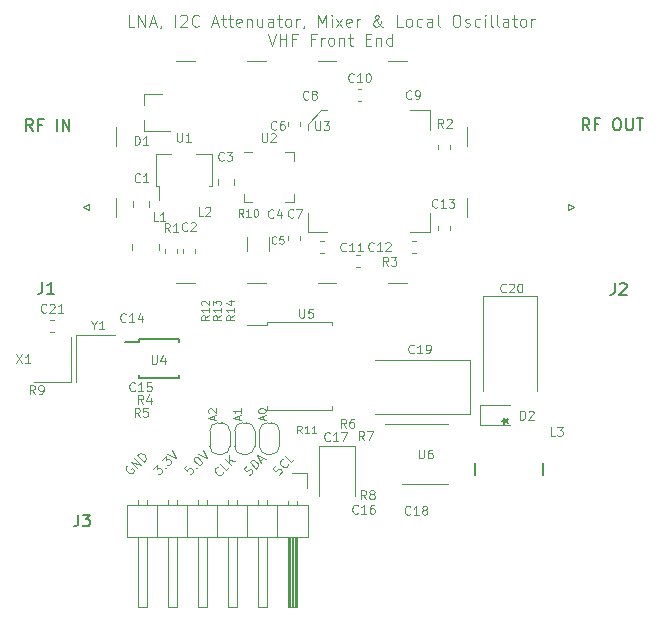
<source format=gbr>
%TF.GenerationSoftware,KiCad,Pcbnew,(5.1.6-0-10_14)*%
%TF.CreationDate,2021-02-23T09:24:48-06:00*%
%TF.ProjectId,MBFrontEnd,4d424672-6f6e-4744-956e-642e6b696361,rev?*%
%TF.SameCoordinates,Original*%
%TF.FileFunction,Legend,Top*%
%TF.FilePolarity,Positive*%
%FSLAX46Y46*%
G04 Gerber Fmt 4.6, Leading zero omitted, Abs format (unit mm)*
G04 Created by KiCad (PCBNEW (5.1.6-0-10_14)) date 2021-02-23 09:24:48*
%MOMM*%
%LPD*%
G01*
G04 APERTURE LIST*
%ADD10C,0.150000*%
%ADD11C,0.100000*%
%ADD12C,0.120000*%
%ADD13C,0.152400*%
%ADD14C,0.110000*%
G04 APERTURE END LIST*
D10*
X104551428Y-115502380D02*
X104218095Y-115026190D01*
X103980000Y-115502380D02*
X103980000Y-114502380D01*
X104360952Y-114502380D01*
X104456190Y-114550000D01*
X104503809Y-114597619D01*
X104551428Y-114692857D01*
X104551428Y-114835714D01*
X104503809Y-114930952D01*
X104456190Y-114978571D01*
X104360952Y-115026190D01*
X103980000Y-115026190D01*
X105313333Y-114978571D02*
X104980000Y-114978571D01*
X104980000Y-115502380D02*
X104980000Y-114502380D01*
X105456190Y-114502380D01*
X106789523Y-114502380D02*
X106980000Y-114502380D01*
X107075238Y-114550000D01*
X107170476Y-114645238D01*
X107218095Y-114835714D01*
X107218095Y-115169047D01*
X107170476Y-115359523D01*
X107075238Y-115454761D01*
X106980000Y-115502380D01*
X106789523Y-115502380D01*
X106694285Y-115454761D01*
X106599047Y-115359523D01*
X106551428Y-115169047D01*
X106551428Y-114835714D01*
X106599047Y-114645238D01*
X106694285Y-114550000D01*
X106789523Y-114502380D01*
X107646666Y-114502380D02*
X107646666Y-115311904D01*
X107694285Y-115407142D01*
X107741904Y-115454761D01*
X107837142Y-115502380D01*
X108027619Y-115502380D01*
X108122857Y-115454761D01*
X108170476Y-115407142D01*
X108218095Y-115311904D01*
X108218095Y-114502380D01*
X108551428Y-114502380D02*
X109122857Y-114502380D01*
X108837142Y-115502380D02*
X108837142Y-114502380D01*
X57428095Y-115562380D02*
X57094761Y-115086190D01*
X56856666Y-115562380D02*
X56856666Y-114562380D01*
X57237619Y-114562380D01*
X57332857Y-114610000D01*
X57380476Y-114657619D01*
X57428095Y-114752857D01*
X57428095Y-114895714D01*
X57380476Y-114990952D01*
X57332857Y-115038571D01*
X57237619Y-115086190D01*
X56856666Y-115086190D01*
X58190000Y-115038571D02*
X57856666Y-115038571D01*
X57856666Y-115562380D02*
X57856666Y-114562380D01*
X58332857Y-114562380D01*
X59475714Y-115562380D02*
X59475714Y-114562380D01*
X59951904Y-115562380D02*
X59951904Y-114562380D01*
X60523333Y-115562380D01*
X60523333Y-114562380D01*
D11*
X66007142Y-106732380D02*
X65530952Y-106732380D01*
X65530952Y-105732380D01*
X66340476Y-106732380D02*
X66340476Y-105732380D01*
X66911904Y-106732380D01*
X66911904Y-105732380D01*
X67340476Y-106446666D02*
X67816666Y-106446666D01*
X67245238Y-106732380D02*
X67578571Y-105732380D01*
X67911904Y-106732380D01*
X68292857Y-106684761D02*
X68292857Y-106732380D01*
X68245238Y-106827619D01*
X68197619Y-106875238D01*
X69483333Y-106732380D02*
X69483333Y-105732380D01*
X69911904Y-105827619D02*
X69959523Y-105780000D01*
X70054761Y-105732380D01*
X70292857Y-105732380D01*
X70388095Y-105780000D01*
X70435714Y-105827619D01*
X70483333Y-105922857D01*
X70483333Y-106018095D01*
X70435714Y-106160952D01*
X69864285Y-106732380D01*
X70483333Y-106732380D01*
X71483333Y-106637142D02*
X71435714Y-106684761D01*
X71292857Y-106732380D01*
X71197619Y-106732380D01*
X71054761Y-106684761D01*
X70959523Y-106589523D01*
X70911904Y-106494285D01*
X70864285Y-106303809D01*
X70864285Y-106160952D01*
X70911904Y-105970476D01*
X70959523Y-105875238D01*
X71054761Y-105780000D01*
X71197619Y-105732380D01*
X71292857Y-105732380D01*
X71435714Y-105780000D01*
X71483333Y-105827619D01*
X72626190Y-106446666D02*
X73102380Y-106446666D01*
X72530952Y-106732380D02*
X72864285Y-105732380D01*
X73197619Y-106732380D01*
X73388095Y-106065714D02*
X73769047Y-106065714D01*
X73530952Y-105732380D02*
X73530952Y-106589523D01*
X73578571Y-106684761D01*
X73673809Y-106732380D01*
X73769047Y-106732380D01*
X73959523Y-106065714D02*
X74340476Y-106065714D01*
X74102380Y-105732380D02*
X74102380Y-106589523D01*
X74150000Y-106684761D01*
X74245238Y-106732380D01*
X74340476Y-106732380D01*
X75054761Y-106684761D02*
X74959523Y-106732380D01*
X74769047Y-106732380D01*
X74673809Y-106684761D01*
X74626190Y-106589523D01*
X74626190Y-106208571D01*
X74673809Y-106113333D01*
X74769047Y-106065714D01*
X74959523Y-106065714D01*
X75054761Y-106113333D01*
X75102380Y-106208571D01*
X75102380Y-106303809D01*
X74626190Y-106399047D01*
X75530952Y-106065714D02*
X75530952Y-106732380D01*
X75530952Y-106160952D02*
X75578571Y-106113333D01*
X75673809Y-106065714D01*
X75816666Y-106065714D01*
X75911904Y-106113333D01*
X75959523Y-106208571D01*
X75959523Y-106732380D01*
X76864285Y-106065714D02*
X76864285Y-106732380D01*
X76435714Y-106065714D02*
X76435714Y-106589523D01*
X76483333Y-106684761D01*
X76578571Y-106732380D01*
X76721428Y-106732380D01*
X76816666Y-106684761D01*
X76864285Y-106637142D01*
X77769047Y-106732380D02*
X77769047Y-106208571D01*
X77721428Y-106113333D01*
X77626190Y-106065714D01*
X77435714Y-106065714D01*
X77340476Y-106113333D01*
X77769047Y-106684761D02*
X77673809Y-106732380D01*
X77435714Y-106732380D01*
X77340476Y-106684761D01*
X77292857Y-106589523D01*
X77292857Y-106494285D01*
X77340476Y-106399047D01*
X77435714Y-106351428D01*
X77673809Y-106351428D01*
X77769047Y-106303809D01*
X78102380Y-106065714D02*
X78483333Y-106065714D01*
X78245238Y-105732380D02*
X78245238Y-106589523D01*
X78292857Y-106684761D01*
X78388095Y-106732380D01*
X78483333Y-106732380D01*
X78959523Y-106732380D02*
X78864285Y-106684761D01*
X78816666Y-106637142D01*
X78769047Y-106541904D01*
X78769047Y-106256190D01*
X78816666Y-106160952D01*
X78864285Y-106113333D01*
X78959523Y-106065714D01*
X79102380Y-106065714D01*
X79197619Y-106113333D01*
X79245238Y-106160952D01*
X79292857Y-106256190D01*
X79292857Y-106541904D01*
X79245238Y-106637142D01*
X79197619Y-106684761D01*
X79102380Y-106732380D01*
X78959523Y-106732380D01*
X79721428Y-106732380D02*
X79721428Y-106065714D01*
X79721428Y-106256190D02*
X79769047Y-106160952D01*
X79816666Y-106113333D01*
X79911904Y-106065714D01*
X80007142Y-106065714D01*
X80388095Y-106684761D02*
X80388095Y-106732380D01*
X80340476Y-106827619D01*
X80292857Y-106875238D01*
X81578571Y-106732380D02*
X81578571Y-105732380D01*
X81911904Y-106446666D01*
X82245238Y-105732380D01*
X82245238Y-106732380D01*
X82721428Y-106732380D02*
X82721428Y-106065714D01*
X82721428Y-105732380D02*
X82673809Y-105780000D01*
X82721428Y-105827619D01*
X82769047Y-105780000D01*
X82721428Y-105732380D01*
X82721428Y-105827619D01*
X83102380Y-106732380D02*
X83626190Y-106065714D01*
X83102380Y-106065714D02*
X83626190Y-106732380D01*
X84388095Y-106684761D02*
X84292857Y-106732380D01*
X84102380Y-106732380D01*
X84007142Y-106684761D01*
X83959523Y-106589523D01*
X83959523Y-106208571D01*
X84007142Y-106113333D01*
X84102380Y-106065714D01*
X84292857Y-106065714D01*
X84388095Y-106113333D01*
X84435714Y-106208571D01*
X84435714Y-106303809D01*
X83959523Y-106399047D01*
X84864285Y-106732380D02*
X84864285Y-106065714D01*
X84864285Y-106256190D02*
X84911904Y-106160952D01*
X84959523Y-106113333D01*
X85054761Y-106065714D01*
X85150000Y-106065714D01*
X87054761Y-106732380D02*
X87007142Y-106732380D01*
X86911904Y-106684761D01*
X86769047Y-106541904D01*
X86530952Y-106256190D01*
X86435714Y-106113333D01*
X86388095Y-105970476D01*
X86388095Y-105875238D01*
X86435714Y-105780000D01*
X86530952Y-105732380D01*
X86578571Y-105732380D01*
X86673809Y-105780000D01*
X86721428Y-105875238D01*
X86721428Y-105922857D01*
X86673809Y-106018095D01*
X86626190Y-106065714D01*
X86340476Y-106256190D01*
X86292857Y-106303809D01*
X86245238Y-106399047D01*
X86245238Y-106541904D01*
X86292857Y-106637142D01*
X86340476Y-106684761D01*
X86435714Y-106732380D01*
X86578571Y-106732380D01*
X86673809Y-106684761D01*
X86721428Y-106637142D01*
X86864285Y-106446666D01*
X86911904Y-106303809D01*
X86911904Y-106208571D01*
X88721428Y-106732380D02*
X88245238Y-106732380D01*
X88245238Y-105732380D01*
X89197619Y-106732380D02*
X89102380Y-106684761D01*
X89054761Y-106637142D01*
X89007142Y-106541904D01*
X89007142Y-106256190D01*
X89054761Y-106160952D01*
X89102380Y-106113333D01*
X89197619Y-106065714D01*
X89340476Y-106065714D01*
X89435714Y-106113333D01*
X89483333Y-106160952D01*
X89530952Y-106256190D01*
X89530952Y-106541904D01*
X89483333Y-106637142D01*
X89435714Y-106684761D01*
X89340476Y-106732380D01*
X89197619Y-106732380D01*
X90388095Y-106684761D02*
X90292857Y-106732380D01*
X90102380Y-106732380D01*
X90007142Y-106684761D01*
X89959523Y-106637142D01*
X89911904Y-106541904D01*
X89911904Y-106256190D01*
X89959523Y-106160952D01*
X90007142Y-106113333D01*
X90102380Y-106065714D01*
X90292857Y-106065714D01*
X90388095Y-106113333D01*
X91245238Y-106732380D02*
X91245238Y-106208571D01*
X91197619Y-106113333D01*
X91102380Y-106065714D01*
X90911904Y-106065714D01*
X90816666Y-106113333D01*
X91245238Y-106684761D02*
X91150000Y-106732380D01*
X90911904Y-106732380D01*
X90816666Y-106684761D01*
X90769047Y-106589523D01*
X90769047Y-106494285D01*
X90816666Y-106399047D01*
X90911904Y-106351428D01*
X91150000Y-106351428D01*
X91245238Y-106303809D01*
X91864285Y-106732380D02*
X91769047Y-106684761D01*
X91721428Y-106589523D01*
X91721428Y-105732380D01*
X93197619Y-105732380D02*
X93388095Y-105732380D01*
X93483333Y-105780000D01*
X93578571Y-105875238D01*
X93626190Y-106065714D01*
X93626190Y-106399047D01*
X93578571Y-106589523D01*
X93483333Y-106684761D01*
X93388095Y-106732380D01*
X93197619Y-106732380D01*
X93102380Y-106684761D01*
X93007142Y-106589523D01*
X92959523Y-106399047D01*
X92959523Y-106065714D01*
X93007142Y-105875238D01*
X93102380Y-105780000D01*
X93197619Y-105732380D01*
X94007142Y-106684761D02*
X94102380Y-106732380D01*
X94292857Y-106732380D01*
X94388095Y-106684761D01*
X94435714Y-106589523D01*
X94435714Y-106541904D01*
X94388095Y-106446666D01*
X94292857Y-106399047D01*
X94150000Y-106399047D01*
X94054761Y-106351428D01*
X94007142Y-106256190D01*
X94007142Y-106208571D01*
X94054761Y-106113333D01*
X94150000Y-106065714D01*
X94292857Y-106065714D01*
X94388095Y-106113333D01*
X95292857Y-106684761D02*
X95197619Y-106732380D01*
X95007142Y-106732380D01*
X94911904Y-106684761D01*
X94864285Y-106637142D01*
X94816666Y-106541904D01*
X94816666Y-106256190D01*
X94864285Y-106160952D01*
X94911904Y-106113333D01*
X95007142Y-106065714D01*
X95197619Y-106065714D01*
X95292857Y-106113333D01*
X95721428Y-106732380D02*
X95721428Y-106065714D01*
X95721428Y-105732380D02*
X95673809Y-105780000D01*
X95721428Y-105827619D01*
X95769047Y-105780000D01*
X95721428Y-105732380D01*
X95721428Y-105827619D01*
X96340476Y-106732380D02*
X96245238Y-106684761D01*
X96197619Y-106589523D01*
X96197619Y-105732380D01*
X96864285Y-106732380D02*
X96769047Y-106684761D01*
X96721428Y-106589523D01*
X96721428Y-105732380D01*
X97673809Y-106732380D02*
X97673809Y-106208571D01*
X97626190Y-106113333D01*
X97530952Y-106065714D01*
X97340476Y-106065714D01*
X97245238Y-106113333D01*
X97673809Y-106684761D02*
X97578571Y-106732380D01*
X97340476Y-106732380D01*
X97245238Y-106684761D01*
X97197619Y-106589523D01*
X97197619Y-106494285D01*
X97245238Y-106399047D01*
X97340476Y-106351428D01*
X97578571Y-106351428D01*
X97673809Y-106303809D01*
X98007142Y-106065714D02*
X98388095Y-106065714D01*
X98150000Y-105732380D02*
X98150000Y-106589523D01*
X98197619Y-106684761D01*
X98292857Y-106732380D01*
X98388095Y-106732380D01*
X98864285Y-106732380D02*
X98769047Y-106684761D01*
X98721428Y-106637142D01*
X98673809Y-106541904D01*
X98673809Y-106256190D01*
X98721428Y-106160952D01*
X98769047Y-106113333D01*
X98864285Y-106065714D01*
X99007142Y-106065714D01*
X99102380Y-106113333D01*
X99150000Y-106160952D01*
X99197619Y-106256190D01*
X99197619Y-106541904D01*
X99150000Y-106637142D01*
X99102380Y-106684761D01*
X99007142Y-106732380D01*
X98864285Y-106732380D01*
X99626190Y-106732380D02*
X99626190Y-106065714D01*
X99626190Y-106256190D02*
X99673809Y-106160952D01*
X99721428Y-106113333D01*
X99816666Y-106065714D01*
X99911904Y-106065714D01*
X77316666Y-107332380D02*
X77650000Y-108332380D01*
X77983333Y-107332380D01*
X78316666Y-108332380D02*
X78316666Y-107332380D01*
X78316666Y-107808571D02*
X78888095Y-107808571D01*
X78888095Y-108332380D02*
X78888095Y-107332380D01*
X79697619Y-107808571D02*
X79364285Y-107808571D01*
X79364285Y-108332380D02*
X79364285Y-107332380D01*
X79840476Y-107332380D01*
X81316666Y-107808571D02*
X80983333Y-107808571D01*
X80983333Y-108332380D02*
X80983333Y-107332380D01*
X81459523Y-107332380D01*
X81840476Y-108332380D02*
X81840476Y-107665714D01*
X81840476Y-107856190D02*
X81888095Y-107760952D01*
X81935714Y-107713333D01*
X82030952Y-107665714D01*
X82126190Y-107665714D01*
X82602380Y-108332380D02*
X82507142Y-108284761D01*
X82459523Y-108237142D01*
X82411904Y-108141904D01*
X82411904Y-107856190D01*
X82459523Y-107760952D01*
X82507142Y-107713333D01*
X82602380Y-107665714D01*
X82745238Y-107665714D01*
X82840476Y-107713333D01*
X82888095Y-107760952D01*
X82935714Y-107856190D01*
X82935714Y-108141904D01*
X82888095Y-108237142D01*
X82840476Y-108284761D01*
X82745238Y-108332380D01*
X82602380Y-108332380D01*
X83364285Y-107665714D02*
X83364285Y-108332380D01*
X83364285Y-107760952D02*
X83411904Y-107713333D01*
X83507142Y-107665714D01*
X83650000Y-107665714D01*
X83745238Y-107713333D01*
X83792857Y-107808571D01*
X83792857Y-108332380D01*
X84126190Y-107665714D02*
X84507142Y-107665714D01*
X84269047Y-107332380D02*
X84269047Y-108189523D01*
X84316666Y-108284761D01*
X84411904Y-108332380D01*
X84507142Y-108332380D01*
X85602380Y-107808571D02*
X85935714Y-107808571D01*
X86078571Y-108332380D02*
X85602380Y-108332380D01*
X85602380Y-107332380D01*
X86078571Y-107332380D01*
X86507142Y-107665714D02*
X86507142Y-108332380D01*
X86507142Y-107760952D02*
X86554761Y-107713333D01*
X86650000Y-107665714D01*
X86792857Y-107665714D01*
X86888095Y-107713333D01*
X86935714Y-107808571D01*
X86935714Y-108332380D01*
X87840476Y-108332380D02*
X87840476Y-107332380D01*
X87840476Y-108284761D02*
X87745238Y-108332380D01*
X87554761Y-108332380D01*
X87459523Y-108284761D01*
X87411904Y-108237142D01*
X87364285Y-108141904D01*
X87364285Y-107856190D01*
X87411904Y-107760952D01*
X87459523Y-107713333D01*
X87554761Y-107665714D01*
X87745238Y-107665714D01*
X87840476Y-107713333D01*
X75760685Y-144658629D02*
X75861700Y-144608122D01*
X75987969Y-144481852D01*
X76013223Y-144406091D01*
X76013223Y-144355583D01*
X75987969Y-144279822D01*
X75937461Y-144229314D01*
X75861700Y-144204061D01*
X75811192Y-144204061D01*
X75735431Y-144229314D01*
X75609162Y-144305076D01*
X75533400Y-144330330D01*
X75482893Y-144330330D01*
X75407131Y-144305076D01*
X75356624Y-144254568D01*
X75331370Y-144178807D01*
X75331370Y-144128299D01*
X75356624Y-144052538D01*
X75482893Y-143926269D01*
X75583908Y-143875761D01*
X76316269Y-144153553D02*
X75785938Y-143623223D01*
X75912208Y-143496954D01*
X76013223Y-143446446D01*
X76114238Y-143446446D01*
X76189999Y-143471700D01*
X76316269Y-143547461D01*
X76392030Y-143623223D01*
X76467791Y-143749492D01*
X76493045Y-143825253D01*
X76493045Y-143926269D01*
X76442538Y-144027284D01*
X76316269Y-144153553D01*
X76669822Y-143496954D02*
X76922360Y-143244416D01*
X76770837Y-143698984D02*
X76417284Y-142991877D01*
X77124391Y-143345431D01*
X78223312Y-144646002D02*
X78324327Y-144595495D01*
X78450596Y-144469226D01*
X78475850Y-144393464D01*
X78475850Y-144342956D01*
X78450596Y-144267195D01*
X78400088Y-144216687D01*
X78324327Y-144191434D01*
X78273819Y-144191434D01*
X78198058Y-144216687D01*
X78071789Y-144292449D01*
X77996027Y-144317703D01*
X77945520Y-144317703D01*
X77869758Y-144292449D01*
X77819251Y-144241941D01*
X77793997Y-144166180D01*
X77793997Y-144115672D01*
X77819251Y-144039911D01*
X77945520Y-143913642D01*
X78046535Y-143863134D01*
X79031434Y-143787373D02*
X79031434Y-143837880D01*
X78980926Y-143938895D01*
X78930418Y-143989403D01*
X78829403Y-144039911D01*
X78728388Y-144039911D01*
X78652626Y-144014657D01*
X78526357Y-143938895D01*
X78450596Y-143863134D01*
X78374834Y-143736865D01*
X78349581Y-143661104D01*
X78349581Y-143560088D01*
X78400088Y-143459073D01*
X78450596Y-143408565D01*
X78551611Y-143358058D01*
X78602119Y-143358058D01*
X79561764Y-143358058D02*
X79309226Y-143610596D01*
X78778895Y-143080266D01*
X73513730Y-144435076D02*
X73513730Y-144485583D01*
X73463223Y-144586599D01*
X73412715Y-144637106D01*
X73311700Y-144687614D01*
X73210685Y-144687614D01*
X73134923Y-144662360D01*
X73008654Y-144586599D01*
X72932893Y-144510837D01*
X72857131Y-144384568D01*
X72831877Y-144308807D01*
X72831877Y-144207791D01*
X72882385Y-144106776D01*
X72932893Y-144056269D01*
X73033908Y-144005761D01*
X73084416Y-144005761D01*
X74044061Y-144005761D02*
X73791522Y-144258299D01*
X73261192Y-143727969D01*
X74220837Y-143828984D02*
X73690507Y-143298654D01*
X74523883Y-143525938D02*
X73993553Y-143450177D01*
X73993553Y-142995608D02*
X73993553Y-143601700D01*
X70499758Y-143849403D02*
X70247220Y-144101941D01*
X70474504Y-144379733D01*
X70474504Y-144329226D01*
X70499758Y-144253464D01*
X70626027Y-144127195D01*
X70701789Y-144101941D01*
X70752296Y-144101941D01*
X70828058Y-144127195D01*
X70954327Y-144253464D01*
X70979581Y-144329226D01*
X70979581Y-144379733D01*
X70954327Y-144455495D01*
X70828058Y-144581764D01*
X70752296Y-144607018D01*
X70701789Y-144607018D01*
X71232119Y-144076687D02*
X71282626Y-144076687D01*
X71282626Y-144127195D01*
X71232119Y-144127195D01*
X71232119Y-144076687D01*
X71282626Y-144127195D01*
X71105850Y-143243312D02*
X71156357Y-143192804D01*
X71232119Y-143167550D01*
X71282626Y-143167550D01*
X71358388Y-143192804D01*
X71484657Y-143268565D01*
X71610926Y-143394834D01*
X71686687Y-143521104D01*
X71711941Y-143596865D01*
X71711941Y-143647373D01*
X71686687Y-143723134D01*
X71636180Y-143773642D01*
X71560418Y-143798895D01*
X71509911Y-143798895D01*
X71434149Y-143773642D01*
X71307880Y-143697880D01*
X71181611Y-143571611D01*
X71105850Y-143445342D01*
X71080596Y-143369581D01*
X71080596Y-143319073D01*
X71105850Y-143243312D01*
X71434149Y-142915012D02*
X72141256Y-143268565D01*
X71787703Y-142561459D01*
X65490773Y-143858895D02*
X65415012Y-143884149D01*
X65339251Y-143959911D01*
X65288743Y-144060926D01*
X65288743Y-144161941D01*
X65313997Y-144237703D01*
X65389758Y-144363972D01*
X65465520Y-144439733D01*
X65591789Y-144515495D01*
X65667550Y-144540748D01*
X65768565Y-144540748D01*
X65869581Y-144490241D01*
X65920088Y-144439733D01*
X65970596Y-144338718D01*
X65970596Y-144288210D01*
X65793819Y-144111434D01*
X65692804Y-144212449D01*
X66248388Y-144111434D02*
X65718058Y-143581104D01*
X66551434Y-143808388D01*
X66021104Y-143278058D01*
X66803972Y-143555850D02*
X66273642Y-143025520D01*
X66399911Y-142899251D01*
X66500926Y-142848743D01*
X66601941Y-142848743D01*
X66677703Y-142873997D01*
X66803972Y-142949758D01*
X66879733Y-143025520D01*
X66955495Y-143151789D01*
X66980748Y-143227550D01*
X66980748Y-143328565D01*
X66930241Y-143429581D01*
X66803972Y-143555850D01*
X67576712Y-144152449D02*
X67905012Y-143824149D01*
X67930266Y-144202956D01*
X68006027Y-144127195D01*
X68081789Y-144101941D01*
X68132296Y-144101941D01*
X68208058Y-144127195D01*
X68334327Y-144253464D01*
X68359581Y-144329226D01*
X68359581Y-144379733D01*
X68334327Y-144455495D01*
X68182804Y-144607018D01*
X68107043Y-144632271D01*
X68056535Y-144632271D01*
X68612119Y-144076687D02*
X68662626Y-144076687D01*
X68662626Y-144127195D01*
X68612119Y-144127195D01*
X68612119Y-144076687D01*
X68662626Y-144127195D01*
X68334327Y-143394834D02*
X68662626Y-143066535D01*
X68687880Y-143445342D01*
X68763642Y-143369581D01*
X68839403Y-143344327D01*
X68889911Y-143344327D01*
X68965672Y-143369581D01*
X69091941Y-143495850D01*
X69117195Y-143571611D01*
X69117195Y-143622119D01*
X69091941Y-143697880D01*
X68940418Y-143849403D01*
X68864657Y-143874657D01*
X68814149Y-143874657D01*
X68814149Y-142915012D02*
X69521256Y-143268565D01*
X69167703Y-142561459D01*
D12*
%TO.C,A2*%
X73400000Y-140250000D02*
G75*
G02*
X74100000Y-140950000I0J-700000D01*
G01*
X72400000Y-140950000D02*
G75*
G02*
X73100000Y-140250000I700000J0D01*
G01*
X73100000Y-142950000D02*
G75*
G02*
X72400000Y-142250000I0J700000D01*
G01*
X74100000Y-142250000D02*
G75*
G02*
X73400000Y-142950000I-700000J0D01*
G01*
X73100000Y-140250000D02*
X73400000Y-140250000D01*
X72400000Y-142250000D02*
X72400000Y-140950000D01*
X73400000Y-142950000D02*
X73100000Y-142950000D01*
X74100000Y-140950000D02*
X74100000Y-142250000D01*
%TO.C,A1*%
X76200000Y-140950000D02*
X76200000Y-142250000D01*
X75500000Y-142950000D02*
X75200000Y-142950000D01*
X74500000Y-142250000D02*
X74500000Y-140950000D01*
X75200000Y-140250000D02*
X75500000Y-140250000D01*
X76200000Y-142250000D02*
G75*
G02*
X75500000Y-142950000I-700000J0D01*
G01*
X75200000Y-142950000D02*
G75*
G02*
X74500000Y-142250000I0J700000D01*
G01*
X74500000Y-140950000D02*
G75*
G02*
X75200000Y-140250000I700000J0D01*
G01*
X75500000Y-140250000D02*
G75*
G02*
X76200000Y-140950000I0J-700000D01*
G01*
%TO.C,A0*%
X77600000Y-140250000D02*
G75*
G02*
X78300000Y-140950000I0J-700000D01*
G01*
X76600000Y-140950000D02*
G75*
G02*
X77300000Y-140250000I700000J0D01*
G01*
X77300000Y-142950000D02*
G75*
G02*
X76600000Y-142250000I0J700000D01*
G01*
X78300000Y-142250000D02*
G75*
G02*
X77600000Y-142950000I-700000J0D01*
G01*
X77300000Y-140250000D02*
X77600000Y-140250000D01*
X76600000Y-142250000D02*
X76600000Y-140950000D01*
X77600000Y-142950000D02*
X77300000Y-142950000D01*
X78300000Y-140950000D02*
X78300000Y-142250000D01*
%TO.C,REF\u002A\u002A*%
X94160000Y-121240000D02*
X94160000Y-122840000D01*
X64500000Y-121240000D02*
X64500000Y-122840000D01*
X94160000Y-115240000D02*
X94160000Y-116840000D01*
X64500000Y-115240000D02*
X64500000Y-116840000D01*
X87530000Y-128440000D02*
X89130000Y-128440000D01*
X87530000Y-109640000D02*
X89130000Y-109640000D01*
X81530000Y-128440000D02*
X83130000Y-128440000D01*
X81530000Y-109640000D02*
X83130000Y-109640000D01*
X75530000Y-128440000D02*
X77130000Y-128440000D01*
X75530000Y-109640000D02*
X77130000Y-109640000D01*
X69530000Y-128440000D02*
X71130000Y-128440000D01*
X69530000Y-109640000D02*
X71130000Y-109640000D01*
%TO.C,D2*%
X95250000Y-138750000D02*
X97800000Y-138750000D01*
X95250000Y-140450000D02*
X97800000Y-140450000D01*
X95250000Y-138750000D02*
X95250000Y-140450000D01*
D11*
%TO.C,U3*%
X82345000Y-113815000D02*
X81845000Y-113815000D01*
X81845000Y-113815000D02*
X80695000Y-114965000D01*
X80695000Y-114965000D02*
X80695000Y-115465000D01*
X89375000Y-113815000D02*
X91025000Y-113815000D01*
X91025000Y-113815000D02*
X91025000Y-115465000D01*
X82345000Y-124145000D02*
X80695000Y-124145000D01*
X80695000Y-124145000D02*
X80695000Y-122495000D01*
X89375000Y-124145000D02*
X91025000Y-124145000D01*
X91025000Y-124145000D02*
X91025000Y-122495000D01*
D10*
%TO.C,U4*%
X66425000Y-133165000D02*
X66425000Y-133390000D01*
X69775000Y-133165000D02*
X69775000Y-133465000D01*
X69775000Y-136515000D02*
X69775000Y-136215000D01*
X66425000Y-136515000D02*
X66425000Y-136215000D01*
X66425000Y-133165000D02*
X69775000Y-133165000D01*
X66425000Y-136515000D02*
X69775000Y-136515000D01*
X66425000Y-133390000D02*
X65200000Y-133390000D01*
D12*
%TO.C,J1*%
X61700000Y-122000000D02*
X62200000Y-121750000D01*
X62200000Y-121750000D02*
X62200000Y-122250000D01*
X62200000Y-122250000D02*
X61700000Y-122000000D01*
%TO.C,J2*%
X102750000Y-121750000D02*
X103250000Y-122000000D01*
X102750000Y-122250000D02*
X102750000Y-121750000D01*
X103250000Y-122000000D02*
X102750000Y-122250000D01*
%TO.C,U6*%
X90650000Y-140370000D02*
X87200000Y-140370000D01*
X90650000Y-140370000D02*
X92600000Y-140370000D01*
X90650000Y-145490000D02*
X88700000Y-145490000D01*
X90650000Y-145490000D02*
X92600000Y-145490000D01*
%TO.C,C17*%
X81690000Y-142220000D02*
X81690000Y-146430000D01*
X84710000Y-142220000D02*
X81690000Y-142220000D01*
X84710000Y-146430000D02*
X84710000Y-142220000D01*
%TO.C,Y1*%
X64370000Y-132840000D02*
X61070000Y-132840000D01*
X61070000Y-132840000D02*
X61070000Y-136840000D01*
%TO.C,J3*%
X80660000Y-144530000D02*
X80660000Y-145800000D01*
X79390000Y-144530000D02*
X80660000Y-144530000D01*
X66310000Y-146842929D02*
X66310000Y-147240000D01*
X67070000Y-146842929D02*
X67070000Y-147240000D01*
X66310000Y-155900000D02*
X66310000Y-149900000D01*
X67070000Y-155900000D02*
X66310000Y-155900000D01*
X67070000Y-149900000D02*
X67070000Y-155900000D01*
X67960000Y-147240000D02*
X67960000Y-149900000D01*
X68850000Y-146842929D02*
X68850000Y-147240000D01*
X69610000Y-146842929D02*
X69610000Y-147240000D01*
X68850000Y-155900000D02*
X68850000Y-149900000D01*
X69610000Y-155900000D02*
X68850000Y-155900000D01*
X69610000Y-149900000D02*
X69610000Y-155900000D01*
X70500000Y-147240000D02*
X70500000Y-149900000D01*
X71390000Y-146842929D02*
X71390000Y-147240000D01*
X72150000Y-146842929D02*
X72150000Y-147240000D01*
X71390000Y-155900000D02*
X71390000Y-149900000D01*
X72150000Y-155900000D02*
X71390000Y-155900000D01*
X72150000Y-149900000D02*
X72150000Y-155900000D01*
X73040000Y-147240000D02*
X73040000Y-149900000D01*
X73930000Y-146842929D02*
X73930000Y-147240000D01*
X74690000Y-146842929D02*
X74690000Y-147240000D01*
X73930000Y-155900000D02*
X73930000Y-149900000D01*
X74690000Y-155900000D02*
X73930000Y-155900000D01*
X74690000Y-149900000D02*
X74690000Y-155900000D01*
X75580000Y-147240000D02*
X75580000Y-149900000D01*
X76470000Y-146842929D02*
X76470000Y-147240000D01*
X77230000Y-146842929D02*
X77230000Y-147240000D01*
X76470000Y-155900000D02*
X76470000Y-149900000D01*
X77230000Y-155900000D02*
X76470000Y-155900000D01*
X77230000Y-149900000D02*
X77230000Y-155900000D01*
X78120000Y-147240000D02*
X78120000Y-149900000D01*
X79010000Y-146910000D02*
X79010000Y-147240000D01*
X79770000Y-146910000D02*
X79770000Y-147240000D01*
X79110000Y-149900000D02*
X79110000Y-155900000D01*
X79230000Y-149900000D02*
X79230000Y-155900000D01*
X79350000Y-149900000D02*
X79350000Y-155900000D01*
X79470000Y-149900000D02*
X79470000Y-155900000D01*
X79590000Y-149900000D02*
X79590000Y-155900000D01*
X79710000Y-149900000D02*
X79710000Y-155900000D01*
X79010000Y-155900000D02*
X79010000Y-149900000D01*
X79770000Y-155900000D02*
X79010000Y-155900000D01*
X79770000Y-149900000D02*
X79770000Y-155900000D01*
X80720000Y-149900000D02*
X80720000Y-147240000D01*
X65360000Y-149900000D02*
X80720000Y-149900000D01*
X65360000Y-147240000D02*
X65360000Y-149900000D01*
X80720000Y-147240000D02*
X65360000Y-147240000D01*
%TO.C,R3*%
X84797221Y-127100000D02*
X85122779Y-127100000D01*
X84797221Y-126080000D02*
X85122779Y-126080000D01*
%TO.C,R2*%
X92770000Y-117062779D02*
X92770000Y-116737221D01*
X91750000Y-117062779D02*
X91750000Y-116737221D01*
%TO.C,C19*%
X86360000Y-139510000D02*
X94420000Y-139510000D01*
X94420000Y-139510000D02*
X94420000Y-134990000D01*
X94420000Y-134990000D02*
X86360000Y-134990000D01*
%TO.C,C20*%
X95570000Y-129540000D02*
X95570000Y-137600000D01*
X100090000Y-129540000D02*
X95570000Y-129540000D01*
X100090000Y-137600000D02*
X100090000Y-129540000D01*
D13*
%TO.C,L3*%
X94847100Y-143652050D02*
X94847100Y-144727950D01*
X100612900Y-144727950D02*
X100612900Y-143652050D01*
D12*
%TO.C,C12*%
X89547221Y-124890000D02*
X89872779Y-124890000D01*
X89547221Y-125910000D02*
X89872779Y-125910000D01*
%TO.C,C11*%
X82102779Y-125910000D02*
X81777221Y-125910000D01*
X82102779Y-124890000D02*
X81777221Y-124890000D01*
%TO.C,C10*%
X84917221Y-111990000D02*
X85242779Y-111990000D01*
X84917221Y-113010000D02*
X85242779Y-113010000D01*
%TO.C,C6*%
X80010000Y-115132779D02*
X80010000Y-114807221D01*
X78990000Y-115132779D02*
X78990000Y-114807221D01*
%TO.C,C7*%
X80080000Y-124457221D02*
X80080000Y-124782779D01*
X79060000Y-124457221D02*
X79060000Y-124782779D01*
%TO.C,C13*%
X91750000Y-123627221D02*
X91750000Y-123952779D01*
X92770000Y-123627221D02*
X92770000Y-123952779D01*
%TO.C,C1*%
X65860000Y-121451422D02*
X65860000Y-121968578D01*
X67280000Y-121451422D02*
X67280000Y-121968578D01*
%TO.C,C2*%
X70150000Y-125850279D02*
X70150000Y-125524721D01*
X71170000Y-125850279D02*
X71170000Y-125524721D01*
%TO.C,C3*%
X74480000Y-119651422D02*
X74480000Y-120168578D01*
X73060000Y-119651422D02*
X73060000Y-120168578D01*
%TO.C,C4*%
X77380000Y-125702064D02*
X77380000Y-124497936D01*
X75560000Y-125702064D02*
X75560000Y-124497936D01*
%TO.C,D1*%
X66860000Y-112390000D02*
X66860000Y-113320000D01*
X66860000Y-115550000D02*
X66860000Y-114620000D01*
X66860000Y-115550000D02*
X69020000Y-115550000D01*
X66860000Y-112390000D02*
X68320000Y-112390000D01*
%TO.C,L1*%
X68070000Y-125138748D02*
X68070000Y-125661252D01*
X65850000Y-125138748D02*
X65850000Y-125661252D01*
%TO.C,R1*%
X68610000Y-125850279D02*
X68610000Y-125524721D01*
X69630000Y-125850279D02*
X69630000Y-125524721D01*
%TO.C,U1*%
X71250000Y-117520000D02*
X72560000Y-117520000D01*
X72560000Y-117520000D02*
X72560000Y-120240000D01*
X68070000Y-121380000D02*
X68070000Y-120240000D01*
X67840000Y-117520000D02*
X69150000Y-117520000D01*
X67840000Y-120240000D02*
X67840000Y-117520000D01*
X67840000Y-120240000D02*
X68070000Y-120240000D01*
X72560000Y-120240000D02*
X72330000Y-120240000D01*
%TO.C,C21*%
X58877221Y-131530000D02*
X59202779Y-131530000D01*
X58877221Y-132550000D02*
X59202779Y-132550000D01*
%TO.C,X1*%
X57505000Y-136790000D02*
X60655000Y-136790000D01*
X60655000Y-136790000D02*
X60655000Y-132990000D01*
%TO.C,U5*%
X77240000Y-132005000D02*
X75550000Y-132005000D01*
X77240000Y-131730000D02*
X77240000Y-132005000D01*
X80000000Y-131730000D02*
X77240000Y-131730000D01*
X82760000Y-131730000D02*
X82760000Y-132005000D01*
X80000000Y-131730000D02*
X82760000Y-131730000D01*
X77240000Y-139150000D02*
X77240000Y-138875000D01*
X80000000Y-139150000D02*
X77240000Y-139150000D01*
X82760000Y-139150000D02*
X82760000Y-138875000D01*
X80000000Y-139150000D02*
X82760000Y-139150000D01*
%TO.C,U2*%
X76005000Y-117370000D02*
X75280000Y-117370000D01*
X79500000Y-121590000D02*
X79500000Y-120865000D01*
X78775000Y-121590000D02*
X79500000Y-121590000D01*
X75280000Y-121590000D02*
X75280000Y-120865000D01*
X76005000Y-121590000D02*
X75280000Y-121590000D01*
X79500000Y-117370000D02*
X79500000Y-118095000D01*
X78775000Y-117370000D02*
X79500000Y-117370000D01*
%TO.C,A2*%
D11*
X72748333Y-139984285D02*
X72748333Y-139674761D01*
X72934047Y-140046190D02*
X72284047Y-139829523D01*
X72934047Y-139612857D01*
X72345952Y-139427142D02*
X72315000Y-139396190D01*
X72284047Y-139334285D01*
X72284047Y-139179523D01*
X72315000Y-139117619D01*
X72345952Y-139086666D01*
X72407857Y-139055714D01*
X72469761Y-139055714D01*
X72562619Y-139086666D01*
X72934047Y-139458095D01*
X72934047Y-139055714D01*
%TO.C,A1*%
X74848333Y-139984285D02*
X74848333Y-139674761D01*
X75034047Y-140046190D02*
X74384047Y-139829523D01*
X75034047Y-139612857D01*
X75034047Y-139055714D02*
X75034047Y-139427142D01*
X75034047Y-139241428D02*
X74384047Y-139241428D01*
X74476904Y-139303333D01*
X74538809Y-139365238D01*
X74569761Y-139427142D01*
%TO.C,A0*%
X76948333Y-139984285D02*
X76948333Y-139674761D01*
X77134047Y-140046190D02*
X76484047Y-139829523D01*
X77134047Y-139612857D01*
X76484047Y-139272380D02*
X76484047Y-139210476D01*
X76515000Y-139148571D01*
X76545952Y-139117619D01*
X76607857Y-139086666D01*
X76731666Y-139055714D01*
X76886428Y-139055714D01*
X77010238Y-139086666D01*
X77072142Y-139117619D01*
X77103095Y-139148571D01*
X77134047Y-139210476D01*
X77134047Y-139272380D01*
X77103095Y-139334285D01*
X77072142Y-139365238D01*
X77010238Y-139396190D01*
X76886428Y-139427142D01*
X76731666Y-139427142D01*
X76607857Y-139396190D01*
X76545952Y-139365238D01*
X76515000Y-139334285D01*
X76484047Y-139272380D01*
%TO.C,L2*%
X71815000Y-122749285D02*
X71457857Y-122749285D01*
X71457857Y-121999285D01*
X72029285Y-122070714D02*
X72065000Y-122035000D01*
X72136428Y-121999285D01*
X72315000Y-121999285D01*
X72386428Y-122035000D01*
X72422142Y-122070714D01*
X72457857Y-122142142D01*
X72457857Y-122213571D01*
X72422142Y-122320714D01*
X71993571Y-122749285D01*
X72457857Y-122749285D01*
%TO.C,D2*%
X98696428Y-139989285D02*
X98696428Y-139239285D01*
X98875000Y-139239285D01*
X98982142Y-139275000D01*
X99053571Y-139346428D01*
X99089285Y-139417857D01*
X99125000Y-139560714D01*
X99125000Y-139667857D01*
X99089285Y-139810714D01*
X99053571Y-139882142D01*
X98982142Y-139953571D01*
X98875000Y-139989285D01*
X98696428Y-139989285D01*
X99410714Y-139310714D02*
X99446428Y-139275000D01*
X99517857Y-139239285D01*
X99696428Y-139239285D01*
X99767857Y-139275000D01*
X99803571Y-139310714D01*
X99839285Y-139382142D01*
X99839285Y-139453571D01*
X99803571Y-139560714D01*
X99375000Y-139989285D01*
X99839285Y-139989285D01*
%TO.C,R8*%
X85635000Y-146739285D02*
X85385000Y-146382142D01*
X85206428Y-146739285D02*
X85206428Y-145989285D01*
X85492142Y-145989285D01*
X85563571Y-146025000D01*
X85599285Y-146060714D01*
X85635000Y-146132142D01*
X85635000Y-146239285D01*
X85599285Y-146310714D01*
X85563571Y-146346428D01*
X85492142Y-146382142D01*
X85206428Y-146382142D01*
X86063571Y-146310714D02*
X85992142Y-146275000D01*
X85956428Y-146239285D01*
X85920714Y-146167857D01*
X85920714Y-146132142D01*
X85956428Y-146060714D01*
X85992142Y-146025000D01*
X86063571Y-145989285D01*
X86206428Y-145989285D01*
X86277857Y-146025000D01*
X86313571Y-146060714D01*
X86349285Y-146132142D01*
X86349285Y-146167857D01*
X86313571Y-146239285D01*
X86277857Y-146275000D01*
X86206428Y-146310714D01*
X86063571Y-146310714D01*
X85992142Y-146346428D01*
X85956428Y-146382142D01*
X85920714Y-146453571D01*
X85920714Y-146596428D01*
X85956428Y-146667857D01*
X85992142Y-146703571D01*
X86063571Y-146739285D01*
X86206428Y-146739285D01*
X86277857Y-146703571D01*
X86313571Y-146667857D01*
X86349285Y-146596428D01*
X86349285Y-146453571D01*
X86313571Y-146382142D01*
X86277857Y-146346428D01*
X86206428Y-146310714D01*
%TO.C,R7*%
X85485000Y-141719285D02*
X85235000Y-141362142D01*
X85056428Y-141719285D02*
X85056428Y-140969285D01*
X85342142Y-140969285D01*
X85413571Y-141005000D01*
X85449285Y-141040714D01*
X85485000Y-141112142D01*
X85485000Y-141219285D01*
X85449285Y-141290714D01*
X85413571Y-141326428D01*
X85342142Y-141362142D01*
X85056428Y-141362142D01*
X85735000Y-140969285D02*
X86235000Y-140969285D01*
X85913571Y-141719285D01*
%TO.C,R6*%
X83935000Y-140679285D02*
X83685000Y-140322142D01*
X83506428Y-140679285D02*
X83506428Y-139929285D01*
X83792142Y-139929285D01*
X83863571Y-139965000D01*
X83899285Y-140000714D01*
X83935000Y-140072142D01*
X83935000Y-140179285D01*
X83899285Y-140250714D01*
X83863571Y-140286428D01*
X83792142Y-140322142D01*
X83506428Y-140322142D01*
X84577857Y-139929285D02*
X84435000Y-139929285D01*
X84363571Y-139965000D01*
X84327857Y-140000714D01*
X84256428Y-140107857D01*
X84220714Y-140250714D01*
X84220714Y-140536428D01*
X84256428Y-140607857D01*
X84292142Y-140643571D01*
X84363571Y-140679285D01*
X84506428Y-140679285D01*
X84577857Y-140643571D01*
X84613571Y-140607857D01*
X84649285Y-140536428D01*
X84649285Y-140357857D01*
X84613571Y-140286428D01*
X84577857Y-140250714D01*
X84506428Y-140215000D01*
X84363571Y-140215000D01*
X84292142Y-140250714D01*
X84256428Y-140286428D01*
X84220714Y-140357857D01*
%TO.C,U3*%
X81338571Y-114739285D02*
X81338571Y-115346428D01*
X81374285Y-115417857D01*
X81410000Y-115453571D01*
X81481428Y-115489285D01*
X81624285Y-115489285D01*
X81695714Y-115453571D01*
X81731428Y-115417857D01*
X81767142Y-115346428D01*
X81767142Y-114739285D01*
X82052857Y-114739285D02*
X82517142Y-114739285D01*
X82267142Y-115025000D01*
X82374285Y-115025000D01*
X82445714Y-115060714D01*
X82481428Y-115096428D01*
X82517142Y-115167857D01*
X82517142Y-115346428D01*
X82481428Y-115417857D01*
X82445714Y-115453571D01*
X82374285Y-115489285D01*
X82160000Y-115489285D01*
X82088571Y-115453571D01*
X82052857Y-115417857D01*
%TO.C,U4*%
X67478571Y-134549285D02*
X67478571Y-135156428D01*
X67514285Y-135227857D01*
X67550000Y-135263571D01*
X67621428Y-135299285D01*
X67764285Y-135299285D01*
X67835714Y-135263571D01*
X67871428Y-135227857D01*
X67907142Y-135156428D01*
X67907142Y-134549285D01*
X68585714Y-134799285D02*
X68585714Y-135299285D01*
X68407142Y-134513571D02*
X68228571Y-135049285D01*
X68692857Y-135049285D01*
%TO.C,C8*%
X80735000Y-112827857D02*
X80699285Y-112863571D01*
X80592142Y-112899285D01*
X80520714Y-112899285D01*
X80413571Y-112863571D01*
X80342142Y-112792142D01*
X80306428Y-112720714D01*
X80270714Y-112577857D01*
X80270714Y-112470714D01*
X80306428Y-112327857D01*
X80342142Y-112256428D01*
X80413571Y-112185000D01*
X80520714Y-112149285D01*
X80592142Y-112149285D01*
X80699285Y-112185000D01*
X80735000Y-112220714D01*
X81163571Y-112470714D02*
X81092142Y-112435000D01*
X81056428Y-112399285D01*
X81020714Y-112327857D01*
X81020714Y-112292142D01*
X81056428Y-112220714D01*
X81092142Y-112185000D01*
X81163571Y-112149285D01*
X81306428Y-112149285D01*
X81377857Y-112185000D01*
X81413571Y-112220714D01*
X81449285Y-112292142D01*
X81449285Y-112327857D01*
X81413571Y-112399285D01*
X81377857Y-112435000D01*
X81306428Y-112470714D01*
X81163571Y-112470714D01*
X81092142Y-112506428D01*
X81056428Y-112542142D01*
X81020714Y-112613571D01*
X81020714Y-112756428D01*
X81056428Y-112827857D01*
X81092142Y-112863571D01*
X81163571Y-112899285D01*
X81306428Y-112899285D01*
X81377857Y-112863571D01*
X81413571Y-112827857D01*
X81449285Y-112756428D01*
X81449285Y-112613571D01*
X81413571Y-112542142D01*
X81377857Y-112506428D01*
X81306428Y-112470714D01*
%TO.C,C9*%
X89475000Y-112797857D02*
X89439285Y-112833571D01*
X89332142Y-112869285D01*
X89260714Y-112869285D01*
X89153571Y-112833571D01*
X89082142Y-112762142D01*
X89046428Y-112690714D01*
X89010714Y-112547857D01*
X89010714Y-112440714D01*
X89046428Y-112297857D01*
X89082142Y-112226428D01*
X89153571Y-112155000D01*
X89260714Y-112119285D01*
X89332142Y-112119285D01*
X89439285Y-112155000D01*
X89475000Y-112190714D01*
X89832142Y-112869285D02*
X89975000Y-112869285D01*
X90046428Y-112833571D01*
X90082142Y-112797857D01*
X90153571Y-112690714D01*
X90189285Y-112547857D01*
X90189285Y-112262142D01*
X90153571Y-112190714D01*
X90117857Y-112155000D01*
X90046428Y-112119285D01*
X89903571Y-112119285D01*
X89832142Y-112155000D01*
X89796428Y-112190714D01*
X89760714Y-112262142D01*
X89760714Y-112440714D01*
X89796428Y-112512142D01*
X89832142Y-112547857D01*
X89903571Y-112583571D01*
X90046428Y-112583571D01*
X90117857Y-112547857D01*
X90153571Y-112512142D01*
X90189285Y-112440714D01*
%TO.C,J1*%
D10*
X58216666Y-128342380D02*
X58216666Y-129056666D01*
X58169047Y-129199523D01*
X58073809Y-129294761D01*
X57930952Y-129342380D01*
X57835714Y-129342380D01*
X59216666Y-129342380D02*
X58645238Y-129342380D01*
X58930952Y-129342380D02*
X58930952Y-128342380D01*
X58835714Y-128485238D01*
X58740476Y-128580476D01*
X58645238Y-128628095D01*
%TO.C,J2*%
X106686666Y-128442380D02*
X106686666Y-129156666D01*
X106639047Y-129299523D01*
X106543809Y-129394761D01*
X106400952Y-129442380D01*
X106305714Y-129442380D01*
X107115238Y-128537619D02*
X107162857Y-128490000D01*
X107258095Y-128442380D01*
X107496190Y-128442380D01*
X107591428Y-128490000D01*
X107639047Y-128537619D01*
X107686666Y-128632857D01*
X107686666Y-128728095D01*
X107639047Y-128870952D01*
X107067619Y-129442380D01*
X107686666Y-129442380D01*
%TO.C,U6*%
D11*
X90098571Y-142529285D02*
X90098571Y-143136428D01*
X90134285Y-143207857D01*
X90170000Y-143243571D01*
X90241428Y-143279285D01*
X90384285Y-143279285D01*
X90455714Y-143243571D01*
X90491428Y-143207857D01*
X90527142Y-143136428D01*
X90527142Y-142529285D01*
X91205714Y-142529285D02*
X91062857Y-142529285D01*
X90991428Y-142565000D01*
X90955714Y-142600714D01*
X90884285Y-142707857D01*
X90848571Y-142850714D01*
X90848571Y-143136428D01*
X90884285Y-143207857D01*
X90920000Y-143243571D01*
X90991428Y-143279285D01*
X91134285Y-143279285D01*
X91205714Y-143243571D01*
X91241428Y-143207857D01*
X91277142Y-143136428D01*
X91277142Y-142957857D01*
X91241428Y-142886428D01*
X91205714Y-142850714D01*
X91134285Y-142815000D01*
X90991428Y-142815000D01*
X90920000Y-142850714D01*
X90884285Y-142886428D01*
X90848571Y-142957857D01*
%TO.C,C14*%
X65287857Y-131657857D02*
X65252142Y-131693571D01*
X65145000Y-131729285D01*
X65073571Y-131729285D01*
X64966428Y-131693571D01*
X64895000Y-131622142D01*
X64859285Y-131550714D01*
X64823571Y-131407857D01*
X64823571Y-131300714D01*
X64859285Y-131157857D01*
X64895000Y-131086428D01*
X64966428Y-131015000D01*
X65073571Y-130979285D01*
X65145000Y-130979285D01*
X65252142Y-131015000D01*
X65287857Y-131050714D01*
X66002142Y-131729285D02*
X65573571Y-131729285D01*
X65787857Y-131729285D02*
X65787857Y-130979285D01*
X65716428Y-131086428D01*
X65645000Y-131157857D01*
X65573571Y-131193571D01*
X66645000Y-131229285D02*
X66645000Y-131729285D01*
X66466428Y-130943571D02*
X66287857Y-131479285D01*
X66752142Y-131479285D01*
%TO.C,C15*%
X66067857Y-137517857D02*
X66032142Y-137553571D01*
X65925000Y-137589285D01*
X65853571Y-137589285D01*
X65746428Y-137553571D01*
X65675000Y-137482142D01*
X65639285Y-137410714D01*
X65603571Y-137267857D01*
X65603571Y-137160714D01*
X65639285Y-137017857D01*
X65675000Y-136946428D01*
X65746428Y-136875000D01*
X65853571Y-136839285D01*
X65925000Y-136839285D01*
X66032142Y-136875000D01*
X66067857Y-136910714D01*
X66782142Y-137589285D02*
X66353571Y-137589285D01*
X66567857Y-137589285D02*
X66567857Y-136839285D01*
X66496428Y-136946428D01*
X66425000Y-137017857D01*
X66353571Y-137053571D01*
X67460714Y-136839285D02*
X67103571Y-136839285D01*
X67067857Y-137196428D01*
X67103571Y-137160714D01*
X67175000Y-137125000D01*
X67353571Y-137125000D01*
X67425000Y-137160714D01*
X67460714Y-137196428D01*
X67496428Y-137267857D01*
X67496428Y-137446428D01*
X67460714Y-137517857D01*
X67425000Y-137553571D01*
X67353571Y-137589285D01*
X67175000Y-137589285D01*
X67103571Y-137553571D01*
X67067857Y-137517857D01*
%TO.C,C17*%
X82577857Y-141737857D02*
X82542142Y-141773571D01*
X82435000Y-141809285D01*
X82363571Y-141809285D01*
X82256428Y-141773571D01*
X82185000Y-141702142D01*
X82149285Y-141630714D01*
X82113571Y-141487857D01*
X82113571Y-141380714D01*
X82149285Y-141237857D01*
X82185000Y-141166428D01*
X82256428Y-141095000D01*
X82363571Y-141059285D01*
X82435000Y-141059285D01*
X82542142Y-141095000D01*
X82577857Y-141130714D01*
X83292142Y-141809285D02*
X82863571Y-141809285D01*
X83077857Y-141809285D02*
X83077857Y-141059285D01*
X83006428Y-141166428D01*
X82935000Y-141237857D01*
X82863571Y-141273571D01*
X83542142Y-141059285D02*
X84042142Y-141059285D01*
X83720714Y-141809285D01*
%TO.C,R4*%
X66755000Y-138649285D02*
X66505000Y-138292142D01*
X66326428Y-138649285D02*
X66326428Y-137899285D01*
X66612142Y-137899285D01*
X66683571Y-137935000D01*
X66719285Y-137970714D01*
X66755000Y-138042142D01*
X66755000Y-138149285D01*
X66719285Y-138220714D01*
X66683571Y-138256428D01*
X66612142Y-138292142D01*
X66326428Y-138292142D01*
X67397857Y-138149285D02*
X67397857Y-138649285D01*
X67219285Y-137863571D02*
X67040714Y-138399285D01*
X67505000Y-138399285D01*
%TO.C,R5*%
X66465000Y-139769285D02*
X66215000Y-139412142D01*
X66036428Y-139769285D02*
X66036428Y-139019285D01*
X66322142Y-139019285D01*
X66393571Y-139055000D01*
X66429285Y-139090714D01*
X66465000Y-139162142D01*
X66465000Y-139269285D01*
X66429285Y-139340714D01*
X66393571Y-139376428D01*
X66322142Y-139412142D01*
X66036428Y-139412142D01*
X67143571Y-139019285D02*
X66786428Y-139019285D01*
X66750714Y-139376428D01*
X66786428Y-139340714D01*
X66857857Y-139305000D01*
X67036428Y-139305000D01*
X67107857Y-139340714D01*
X67143571Y-139376428D01*
X67179285Y-139447857D01*
X67179285Y-139626428D01*
X67143571Y-139697857D01*
X67107857Y-139733571D01*
X67036428Y-139769285D01*
X66857857Y-139769285D01*
X66786428Y-139733571D01*
X66750714Y-139697857D01*
%TO.C,Y1*%
X62592857Y-132002142D02*
X62592857Y-132359285D01*
X62342857Y-131609285D02*
X62592857Y-132002142D01*
X62842857Y-131609285D01*
X63485714Y-132359285D02*
X63057142Y-132359285D01*
X63271428Y-132359285D02*
X63271428Y-131609285D01*
X63200000Y-131716428D01*
X63128571Y-131787857D01*
X63057142Y-131823571D01*
%TO.C,J3*%
D10*
X61256666Y-148032380D02*
X61256666Y-148746666D01*
X61209047Y-148889523D01*
X61113809Y-148984761D01*
X60970952Y-149032380D01*
X60875714Y-149032380D01*
X61637619Y-148032380D02*
X62256666Y-148032380D01*
X61923333Y-148413333D01*
X62066190Y-148413333D01*
X62161428Y-148460952D01*
X62209047Y-148508571D01*
X62256666Y-148603809D01*
X62256666Y-148841904D01*
X62209047Y-148937142D01*
X62161428Y-148984761D01*
X62066190Y-149032380D01*
X61780476Y-149032380D01*
X61685238Y-148984761D01*
X61637619Y-148937142D01*
%TO.C,R3*%
D11*
X87495000Y-126959285D02*
X87245000Y-126602142D01*
X87066428Y-126959285D02*
X87066428Y-126209285D01*
X87352142Y-126209285D01*
X87423571Y-126245000D01*
X87459285Y-126280714D01*
X87495000Y-126352142D01*
X87495000Y-126459285D01*
X87459285Y-126530714D01*
X87423571Y-126566428D01*
X87352142Y-126602142D01*
X87066428Y-126602142D01*
X87745000Y-126209285D02*
X88209285Y-126209285D01*
X87959285Y-126495000D01*
X88066428Y-126495000D01*
X88137857Y-126530714D01*
X88173571Y-126566428D01*
X88209285Y-126637857D01*
X88209285Y-126816428D01*
X88173571Y-126887857D01*
X88137857Y-126923571D01*
X88066428Y-126959285D01*
X87852142Y-126959285D01*
X87780714Y-126923571D01*
X87745000Y-126887857D01*
%TO.C,R2*%
X92165000Y-115279285D02*
X91915000Y-114922142D01*
X91736428Y-115279285D02*
X91736428Y-114529285D01*
X92022142Y-114529285D01*
X92093571Y-114565000D01*
X92129285Y-114600714D01*
X92165000Y-114672142D01*
X92165000Y-114779285D01*
X92129285Y-114850714D01*
X92093571Y-114886428D01*
X92022142Y-114922142D01*
X91736428Y-114922142D01*
X92450714Y-114600714D02*
X92486428Y-114565000D01*
X92557857Y-114529285D01*
X92736428Y-114529285D01*
X92807857Y-114565000D01*
X92843571Y-114600714D01*
X92879285Y-114672142D01*
X92879285Y-114743571D01*
X92843571Y-114850714D01*
X92415000Y-115279285D01*
X92879285Y-115279285D01*
%TO.C,C18*%
X89377857Y-147987857D02*
X89342142Y-148023571D01*
X89235000Y-148059285D01*
X89163571Y-148059285D01*
X89056428Y-148023571D01*
X88985000Y-147952142D01*
X88949285Y-147880714D01*
X88913571Y-147737857D01*
X88913571Y-147630714D01*
X88949285Y-147487857D01*
X88985000Y-147416428D01*
X89056428Y-147345000D01*
X89163571Y-147309285D01*
X89235000Y-147309285D01*
X89342142Y-147345000D01*
X89377857Y-147380714D01*
X90092142Y-148059285D02*
X89663571Y-148059285D01*
X89877857Y-148059285D02*
X89877857Y-147309285D01*
X89806428Y-147416428D01*
X89735000Y-147487857D01*
X89663571Y-147523571D01*
X90520714Y-147630714D02*
X90449285Y-147595000D01*
X90413571Y-147559285D01*
X90377857Y-147487857D01*
X90377857Y-147452142D01*
X90413571Y-147380714D01*
X90449285Y-147345000D01*
X90520714Y-147309285D01*
X90663571Y-147309285D01*
X90735000Y-147345000D01*
X90770714Y-147380714D01*
X90806428Y-147452142D01*
X90806428Y-147487857D01*
X90770714Y-147559285D01*
X90735000Y-147595000D01*
X90663571Y-147630714D01*
X90520714Y-147630714D01*
X90449285Y-147666428D01*
X90413571Y-147702142D01*
X90377857Y-147773571D01*
X90377857Y-147916428D01*
X90413571Y-147987857D01*
X90449285Y-148023571D01*
X90520714Y-148059285D01*
X90663571Y-148059285D01*
X90735000Y-148023571D01*
X90770714Y-147987857D01*
X90806428Y-147916428D01*
X90806428Y-147773571D01*
X90770714Y-147702142D01*
X90735000Y-147666428D01*
X90663571Y-147630714D01*
%TO.C,C16*%
X84947857Y-147887857D02*
X84912142Y-147923571D01*
X84805000Y-147959285D01*
X84733571Y-147959285D01*
X84626428Y-147923571D01*
X84555000Y-147852142D01*
X84519285Y-147780714D01*
X84483571Y-147637857D01*
X84483571Y-147530714D01*
X84519285Y-147387857D01*
X84555000Y-147316428D01*
X84626428Y-147245000D01*
X84733571Y-147209285D01*
X84805000Y-147209285D01*
X84912142Y-147245000D01*
X84947857Y-147280714D01*
X85662142Y-147959285D02*
X85233571Y-147959285D01*
X85447857Y-147959285D02*
X85447857Y-147209285D01*
X85376428Y-147316428D01*
X85305000Y-147387857D01*
X85233571Y-147423571D01*
X86305000Y-147209285D02*
X86162142Y-147209285D01*
X86090714Y-147245000D01*
X86055000Y-147280714D01*
X85983571Y-147387857D01*
X85947857Y-147530714D01*
X85947857Y-147816428D01*
X85983571Y-147887857D01*
X86019285Y-147923571D01*
X86090714Y-147959285D01*
X86233571Y-147959285D01*
X86305000Y-147923571D01*
X86340714Y-147887857D01*
X86376428Y-147816428D01*
X86376428Y-147637857D01*
X86340714Y-147566428D01*
X86305000Y-147530714D01*
X86233571Y-147495000D01*
X86090714Y-147495000D01*
X86019285Y-147530714D01*
X85983571Y-147566428D01*
X85947857Y-147637857D01*
%TO.C,C19*%
X89667857Y-134327857D02*
X89632142Y-134363571D01*
X89525000Y-134399285D01*
X89453571Y-134399285D01*
X89346428Y-134363571D01*
X89275000Y-134292142D01*
X89239285Y-134220714D01*
X89203571Y-134077857D01*
X89203571Y-133970714D01*
X89239285Y-133827857D01*
X89275000Y-133756428D01*
X89346428Y-133685000D01*
X89453571Y-133649285D01*
X89525000Y-133649285D01*
X89632142Y-133685000D01*
X89667857Y-133720714D01*
X90382142Y-134399285D02*
X89953571Y-134399285D01*
X90167857Y-134399285D02*
X90167857Y-133649285D01*
X90096428Y-133756428D01*
X90025000Y-133827857D01*
X89953571Y-133863571D01*
X90739285Y-134399285D02*
X90882142Y-134399285D01*
X90953571Y-134363571D01*
X90989285Y-134327857D01*
X91060714Y-134220714D01*
X91096428Y-134077857D01*
X91096428Y-133792142D01*
X91060714Y-133720714D01*
X91025000Y-133685000D01*
X90953571Y-133649285D01*
X90810714Y-133649285D01*
X90739285Y-133685000D01*
X90703571Y-133720714D01*
X90667857Y-133792142D01*
X90667857Y-133970714D01*
X90703571Y-134042142D01*
X90739285Y-134077857D01*
X90810714Y-134113571D01*
X90953571Y-134113571D01*
X91025000Y-134077857D01*
X91060714Y-134042142D01*
X91096428Y-133970714D01*
%TO.C,C20*%
X97447857Y-129157857D02*
X97412142Y-129193571D01*
X97305000Y-129229285D01*
X97233571Y-129229285D01*
X97126428Y-129193571D01*
X97055000Y-129122142D01*
X97019285Y-129050714D01*
X96983571Y-128907857D01*
X96983571Y-128800714D01*
X97019285Y-128657857D01*
X97055000Y-128586428D01*
X97126428Y-128515000D01*
X97233571Y-128479285D01*
X97305000Y-128479285D01*
X97412142Y-128515000D01*
X97447857Y-128550714D01*
X97733571Y-128550714D02*
X97769285Y-128515000D01*
X97840714Y-128479285D01*
X98019285Y-128479285D01*
X98090714Y-128515000D01*
X98126428Y-128550714D01*
X98162142Y-128622142D01*
X98162142Y-128693571D01*
X98126428Y-128800714D01*
X97697857Y-129229285D01*
X98162142Y-129229285D01*
X98626428Y-128479285D02*
X98697857Y-128479285D01*
X98769285Y-128515000D01*
X98805000Y-128550714D01*
X98840714Y-128622142D01*
X98876428Y-128765000D01*
X98876428Y-128943571D01*
X98840714Y-129086428D01*
X98805000Y-129157857D01*
X98769285Y-129193571D01*
X98697857Y-129229285D01*
X98626428Y-129229285D01*
X98555000Y-129193571D01*
X98519285Y-129157857D01*
X98483571Y-129086428D01*
X98447857Y-128943571D01*
X98447857Y-128765000D01*
X98483571Y-128622142D01*
X98519285Y-128550714D01*
X98555000Y-128515000D01*
X98626428Y-128479285D01*
%TO.C,L3*%
X101625000Y-141349285D02*
X101267857Y-141349285D01*
X101267857Y-140599285D01*
X101803571Y-140599285D02*
X102267857Y-140599285D01*
X102017857Y-140885000D01*
X102125000Y-140885000D01*
X102196428Y-140920714D01*
X102232142Y-140956428D01*
X102267857Y-141027857D01*
X102267857Y-141206428D01*
X102232142Y-141277857D01*
X102196428Y-141313571D01*
X102125000Y-141349285D01*
X101910714Y-141349285D01*
X101839285Y-141313571D01*
X101803571Y-141277857D01*
D10*
X97182380Y-140126000D02*
X97420476Y-140126000D01*
X97325238Y-140364095D02*
X97420476Y-140126000D01*
X97325238Y-139887904D01*
X97610952Y-140268857D02*
X97420476Y-140126000D01*
X97610952Y-139983142D01*
X97182380Y-140126000D02*
X97420476Y-140126000D01*
X97325238Y-140364095D02*
X97420476Y-140126000D01*
X97325238Y-139887904D01*
X97610952Y-140268857D02*
X97420476Y-140126000D01*
X97610952Y-139983142D01*
%TO.C,C12*%
D14*
X86277857Y-125657857D02*
X86242142Y-125693571D01*
X86135000Y-125729285D01*
X86063571Y-125729285D01*
X85956428Y-125693571D01*
X85885000Y-125622142D01*
X85849285Y-125550714D01*
X85813571Y-125407857D01*
X85813571Y-125300714D01*
X85849285Y-125157857D01*
X85885000Y-125086428D01*
X85956428Y-125015000D01*
X86063571Y-124979285D01*
X86135000Y-124979285D01*
X86242142Y-125015000D01*
X86277857Y-125050714D01*
X86992142Y-125729285D02*
X86563571Y-125729285D01*
X86777857Y-125729285D02*
X86777857Y-124979285D01*
X86706428Y-125086428D01*
X86635000Y-125157857D01*
X86563571Y-125193571D01*
X87277857Y-125050714D02*
X87313571Y-125015000D01*
X87385000Y-124979285D01*
X87563571Y-124979285D01*
X87635000Y-125015000D01*
X87670714Y-125050714D01*
X87706428Y-125122142D01*
X87706428Y-125193571D01*
X87670714Y-125300714D01*
X87242142Y-125729285D01*
X87706428Y-125729285D01*
%TO.C,C11*%
D11*
X83927857Y-125687857D02*
X83892142Y-125723571D01*
X83785000Y-125759285D01*
X83713571Y-125759285D01*
X83606428Y-125723571D01*
X83535000Y-125652142D01*
X83499285Y-125580714D01*
X83463571Y-125437857D01*
X83463571Y-125330714D01*
X83499285Y-125187857D01*
X83535000Y-125116428D01*
X83606428Y-125045000D01*
X83713571Y-125009285D01*
X83785000Y-125009285D01*
X83892142Y-125045000D01*
X83927857Y-125080714D01*
X84642142Y-125759285D02*
X84213571Y-125759285D01*
X84427857Y-125759285D02*
X84427857Y-125009285D01*
X84356428Y-125116428D01*
X84285000Y-125187857D01*
X84213571Y-125223571D01*
X85356428Y-125759285D02*
X84927857Y-125759285D01*
X85142142Y-125759285D02*
X85142142Y-125009285D01*
X85070714Y-125116428D01*
X84999285Y-125187857D01*
X84927857Y-125223571D01*
%TO.C,C10*%
X84597857Y-111337857D02*
X84562142Y-111373571D01*
X84455000Y-111409285D01*
X84383571Y-111409285D01*
X84276428Y-111373571D01*
X84205000Y-111302142D01*
X84169285Y-111230714D01*
X84133571Y-111087857D01*
X84133571Y-110980714D01*
X84169285Y-110837857D01*
X84205000Y-110766428D01*
X84276428Y-110695000D01*
X84383571Y-110659285D01*
X84455000Y-110659285D01*
X84562142Y-110695000D01*
X84597857Y-110730714D01*
X85312142Y-111409285D02*
X84883571Y-111409285D01*
X85097857Y-111409285D02*
X85097857Y-110659285D01*
X85026428Y-110766428D01*
X84955000Y-110837857D01*
X84883571Y-110873571D01*
X85776428Y-110659285D02*
X85847857Y-110659285D01*
X85919285Y-110695000D01*
X85955000Y-110730714D01*
X85990714Y-110802142D01*
X86026428Y-110945000D01*
X86026428Y-111123571D01*
X85990714Y-111266428D01*
X85955000Y-111337857D01*
X85919285Y-111373571D01*
X85847857Y-111409285D01*
X85776428Y-111409285D01*
X85705000Y-111373571D01*
X85669285Y-111337857D01*
X85633571Y-111266428D01*
X85597857Y-111123571D01*
X85597857Y-110945000D01*
X85633571Y-110802142D01*
X85669285Y-110730714D01*
X85705000Y-110695000D01*
X85776428Y-110659285D01*
%TO.C,C6*%
X78045000Y-115387857D02*
X78009285Y-115423571D01*
X77902142Y-115459285D01*
X77830714Y-115459285D01*
X77723571Y-115423571D01*
X77652142Y-115352142D01*
X77616428Y-115280714D01*
X77580714Y-115137857D01*
X77580714Y-115030714D01*
X77616428Y-114887857D01*
X77652142Y-114816428D01*
X77723571Y-114745000D01*
X77830714Y-114709285D01*
X77902142Y-114709285D01*
X78009285Y-114745000D01*
X78045000Y-114780714D01*
X78687857Y-114709285D02*
X78545000Y-114709285D01*
X78473571Y-114745000D01*
X78437857Y-114780714D01*
X78366428Y-114887857D01*
X78330714Y-115030714D01*
X78330714Y-115316428D01*
X78366428Y-115387857D01*
X78402142Y-115423571D01*
X78473571Y-115459285D01*
X78616428Y-115459285D01*
X78687857Y-115423571D01*
X78723571Y-115387857D01*
X78759285Y-115316428D01*
X78759285Y-115137857D01*
X78723571Y-115066428D01*
X78687857Y-115030714D01*
X78616428Y-114995000D01*
X78473571Y-114995000D01*
X78402142Y-115030714D01*
X78366428Y-115066428D01*
X78330714Y-115137857D01*
%TO.C,C7*%
X79475000Y-122827857D02*
X79439285Y-122863571D01*
X79332142Y-122899285D01*
X79260714Y-122899285D01*
X79153571Y-122863571D01*
X79082142Y-122792142D01*
X79046428Y-122720714D01*
X79010714Y-122577857D01*
X79010714Y-122470714D01*
X79046428Y-122327857D01*
X79082142Y-122256428D01*
X79153571Y-122185000D01*
X79260714Y-122149285D01*
X79332142Y-122149285D01*
X79439285Y-122185000D01*
X79475000Y-122220714D01*
X79725000Y-122149285D02*
X80225000Y-122149285D01*
X79903571Y-122899285D01*
%TO.C,C13*%
X91667857Y-121977857D02*
X91632142Y-122013571D01*
X91525000Y-122049285D01*
X91453571Y-122049285D01*
X91346428Y-122013571D01*
X91275000Y-121942142D01*
X91239285Y-121870714D01*
X91203571Y-121727857D01*
X91203571Y-121620714D01*
X91239285Y-121477857D01*
X91275000Y-121406428D01*
X91346428Y-121335000D01*
X91453571Y-121299285D01*
X91525000Y-121299285D01*
X91632142Y-121335000D01*
X91667857Y-121370714D01*
X92382142Y-122049285D02*
X91953571Y-122049285D01*
X92167857Y-122049285D02*
X92167857Y-121299285D01*
X92096428Y-121406428D01*
X92025000Y-121477857D01*
X91953571Y-121513571D01*
X92632142Y-121299285D02*
X93096428Y-121299285D01*
X92846428Y-121585000D01*
X92953571Y-121585000D01*
X93025000Y-121620714D01*
X93060714Y-121656428D01*
X93096428Y-121727857D01*
X93096428Y-121906428D01*
X93060714Y-121977857D01*
X93025000Y-122013571D01*
X92953571Y-122049285D01*
X92739285Y-122049285D01*
X92667857Y-122013571D01*
X92632142Y-121977857D01*
%TO.C,C1*%
X66495000Y-119837857D02*
X66459285Y-119873571D01*
X66352142Y-119909285D01*
X66280714Y-119909285D01*
X66173571Y-119873571D01*
X66102142Y-119802142D01*
X66066428Y-119730714D01*
X66030714Y-119587857D01*
X66030714Y-119480714D01*
X66066428Y-119337857D01*
X66102142Y-119266428D01*
X66173571Y-119195000D01*
X66280714Y-119159285D01*
X66352142Y-119159285D01*
X66459285Y-119195000D01*
X66495000Y-119230714D01*
X67209285Y-119909285D02*
X66780714Y-119909285D01*
X66995000Y-119909285D02*
X66995000Y-119159285D01*
X66923571Y-119266428D01*
X66852142Y-119337857D01*
X66780714Y-119373571D01*
%TO.C,C2*%
X70515000Y-123957857D02*
X70479285Y-123993571D01*
X70372142Y-124029285D01*
X70300714Y-124029285D01*
X70193571Y-123993571D01*
X70122142Y-123922142D01*
X70086428Y-123850714D01*
X70050714Y-123707857D01*
X70050714Y-123600714D01*
X70086428Y-123457857D01*
X70122142Y-123386428D01*
X70193571Y-123315000D01*
X70300714Y-123279285D01*
X70372142Y-123279285D01*
X70479285Y-123315000D01*
X70515000Y-123350714D01*
X70800714Y-123350714D02*
X70836428Y-123315000D01*
X70907857Y-123279285D01*
X71086428Y-123279285D01*
X71157857Y-123315000D01*
X71193571Y-123350714D01*
X71229285Y-123422142D01*
X71229285Y-123493571D01*
X71193571Y-123600714D01*
X70765000Y-124029285D01*
X71229285Y-124029285D01*
%TO.C,C3*%
X73575000Y-118017857D02*
X73539285Y-118053571D01*
X73432142Y-118089285D01*
X73360714Y-118089285D01*
X73253571Y-118053571D01*
X73182142Y-117982142D01*
X73146428Y-117910714D01*
X73110714Y-117767857D01*
X73110714Y-117660714D01*
X73146428Y-117517857D01*
X73182142Y-117446428D01*
X73253571Y-117375000D01*
X73360714Y-117339285D01*
X73432142Y-117339285D01*
X73539285Y-117375000D01*
X73575000Y-117410714D01*
X73825000Y-117339285D02*
X74289285Y-117339285D01*
X74039285Y-117625000D01*
X74146428Y-117625000D01*
X74217857Y-117660714D01*
X74253571Y-117696428D01*
X74289285Y-117767857D01*
X74289285Y-117946428D01*
X74253571Y-118017857D01*
X74217857Y-118053571D01*
X74146428Y-118089285D01*
X73932142Y-118089285D01*
X73860714Y-118053571D01*
X73825000Y-118017857D01*
%TO.C,C4*%
X77785000Y-122867857D02*
X77749285Y-122903571D01*
X77642142Y-122939285D01*
X77570714Y-122939285D01*
X77463571Y-122903571D01*
X77392142Y-122832142D01*
X77356428Y-122760714D01*
X77320714Y-122617857D01*
X77320714Y-122510714D01*
X77356428Y-122367857D01*
X77392142Y-122296428D01*
X77463571Y-122225000D01*
X77570714Y-122189285D01*
X77642142Y-122189285D01*
X77749285Y-122225000D01*
X77785000Y-122260714D01*
X78427857Y-122439285D02*
X78427857Y-122939285D01*
X78249285Y-122153571D02*
X78070714Y-122689285D01*
X78535000Y-122689285D01*
%TO.C,D1*%
X66046428Y-116739285D02*
X66046428Y-115989285D01*
X66225000Y-115989285D01*
X66332142Y-116025000D01*
X66403571Y-116096428D01*
X66439285Y-116167857D01*
X66475000Y-116310714D01*
X66475000Y-116417857D01*
X66439285Y-116560714D01*
X66403571Y-116632142D01*
X66332142Y-116703571D01*
X66225000Y-116739285D01*
X66046428Y-116739285D01*
X67189285Y-116739285D02*
X66760714Y-116739285D01*
X66975000Y-116739285D02*
X66975000Y-115989285D01*
X66903571Y-116096428D01*
X66832142Y-116167857D01*
X66760714Y-116203571D01*
%TO.C,L1*%
X68005000Y-123199285D02*
X67647857Y-123199285D01*
X67647857Y-122449285D01*
X68647857Y-123199285D02*
X68219285Y-123199285D01*
X68433571Y-123199285D02*
X68433571Y-122449285D01*
X68362142Y-122556428D01*
X68290714Y-122627857D01*
X68219285Y-122663571D01*
%TO.C,R1*%
X69015000Y-124109285D02*
X68765000Y-123752142D01*
X68586428Y-124109285D02*
X68586428Y-123359285D01*
X68872142Y-123359285D01*
X68943571Y-123395000D01*
X68979285Y-123430714D01*
X69015000Y-123502142D01*
X69015000Y-123609285D01*
X68979285Y-123680714D01*
X68943571Y-123716428D01*
X68872142Y-123752142D01*
X68586428Y-123752142D01*
X69729285Y-124109285D02*
X69300714Y-124109285D01*
X69515000Y-124109285D02*
X69515000Y-123359285D01*
X69443571Y-123466428D01*
X69372142Y-123537857D01*
X69300714Y-123573571D01*
%TO.C,U1*%
X69628571Y-115709285D02*
X69628571Y-116316428D01*
X69664285Y-116387857D01*
X69700000Y-116423571D01*
X69771428Y-116459285D01*
X69914285Y-116459285D01*
X69985714Y-116423571D01*
X70021428Y-116387857D01*
X70057142Y-116316428D01*
X70057142Y-115709285D01*
X70807142Y-116459285D02*
X70378571Y-116459285D01*
X70592857Y-116459285D02*
X70592857Y-115709285D01*
X70521428Y-115816428D01*
X70450000Y-115887857D01*
X70378571Y-115923571D01*
%TO.C,C21*%
X58557857Y-130877857D02*
X58522142Y-130913571D01*
X58415000Y-130949285D01*
X58343571Y-130949285D01*
X58236428Y-130913571D01*
X58165000Y-130842142D01*
X58129285Y-130770714D01*
X58093571Y-130627857D01*
X58093571Y-130520714D01*
X58129285Y-130377857D01*
X58165000Y-130306428D01*
X58236428Y-130235000D01*
X58343571Y-130199285D01*
X58415000Y-130199285D01*
X58522142Y-130235000D01*
X58557857Y-130270714D01*
X58843571Y-130270714D02*
X58879285Y-130235000D01*
X58950714Y-130199285D01*
X59129285Y-130199285D01*
X59200714Y-130235000D01*
X59236428Y-130270714D01*
X59272142Y-130342142D01*
X59272142Y-130413571D01*
X59236428Y-130520714D01*
X58807857Y-130949285D01*
X59272142Y-130949285D01*
X59986428Y-130949285D02*
X59557857Y-130949285D01*
X59772142Y-130949285D02*
X59772142Y-130199285D01*
X59700714Y-130306428D01*
X59629285Y-130377857D01*
X59557857Y-130413571D01*
%TO.C,R9*%
X57615000Y-137839285D02*
X57365000Y-137482142D01*
X57186428Y-137839285D02*
X57186428Y-137089285D01*
X57472142Y-137089285D01*
X57543571Y-137125000D01*
X57579285Y-137160714D01*
X57615000Y-137232142D01*
X57615000Y-137339285D01*
X57579285Y-137410714D01*
X57543571Y-137446428D01*
X57472142Y-137482142D01*
X57186428Y-137482142D01*
X57972142Y-137839285D02*
X58115000Y-137839285D01*
X58186428Y-137803571D01*
X58222142Y-137767857D01*
X58293571Y-137660714D01*
X58329285Y-137517857D01*
X58329285Y-137232142D01*
X58293571Y-137160714D01*
X58257857Y-137125000D01*
X58186428Y-137089285D01*
X58043571Y-137089285D01*
X57972142Y-137125000D01*
X57936428Y-137160714D01*
X57900714Y-137232142D01*
X57900714Y-137410714D01*
X57936428Y-137482142D01*
X57972142Y-137517857D01*
X58043571Y-137553571D01*
X58186428Y-137553571D01*
X58257857Y-137517857D01*
X58293571Y-137482142D01*
X58329285Y-137410714D01*
%TO.C,X1*%
X56022857Y-134479285D02*
X56522857Y-135229285D01*
X56522857Y-134479285D02*
X56022857Y-135229285D01*
X57201428Y-135229285D02*
X56772857Y-135229285D01*
X56987142Y-135229285D02*
X56987142Y-134479285D01*
X56915714Y-134586428D01*
X56844285Y-134657857D01*
X56772857Y-134693571D01*
%TO.C,R10*%
X75242142Y-122824047D02*
X75025476Y-122514523D01*
X74870714Y-122824047D02*
X74870714Y-122174047D01*
X75118333Y-122174047D01*
X75180238Y-122205000D01*
X75211190Y-122235952D01*
X75242142Y-122297857D01*
X75242142Y-122390714D01*
X75211190Y-122452619D01*
X75180238Y-122483571D01*
X75118333Y-122514523D01*
X74870714Y-122514523D01*
X75861190Y-122824047D02*
X75489761Y-122824047D01*
X75675476Y-122824047D02*
X75675476Y-122174047D01*
X75613571Y-122266904D01*
X75551666Y-122328809D01*
X75489761Y-122359761D01*
X76263571Y-122174047D02*
X76325476Y-122174047D01*
X76387380Y-122205000D01*
X76418333Y-122235952D01*
X76449285Y-122297857D01*
X76480238Y-122421666D01*
X76480238Y-122576428D01*
X76449285Y-122700238D01*
X76418333Y-122762142D01*
X76387380Y-122793095D01*
X76325476Y-122824047D01*
X76263571Y-122824047D01*
X76201666Y-122793095D01*
X76170714Y-122762142D01*
X76139761Y-122700238D01*
X76108809Y-122576428D01*
X76108809Y-122421666D01*
X76139761Y-122297857D01*
X76170714Y-122235952D01*
X76201666Y-122205000D01*
X76263571Y-122174047D01*
%TO.C,U5*%
X79978571Y-130609285D02*
X79978571Y-131216428D01*
X80014285Y-131287857D01*
X80050000Y-131323571D01*
X80121428Y-131359285D01*
X80264285Y-131359285D01*
X80335714Y-131323571D01*
X80371428Y-131287857D01*
X80407142Y-131216428D01*
X80407142Y-130609285D01*
X81121428Y-130609285D02*
X80764285Y-130609285D01*
X80728571Y-130966428D01*
X80764285Y-130930714D01*
X80835714Y-130895000D01*
X81014285Y-130895000D01*
X81085714Y-130930714D01*
X81121428Y-130966428D01*
X81157142Y-131037857D01*
X81157142Y-131216428D01*
X81121428Y-131287857D01*
X81085714Y-131323571D01*
X81014285Y-131359285D01*
X80835714Y-131359285D01*
X80764285Y-131323571D01*
X80728571Y-131287857D01*
%TO.C,U2*%
X76818571Y-115769285D02*
X76818571Y-116376428D01*
X76854285Y-116447857D01*
X76890000Y-116483571D01*
X76961428Y-116519285D01*
X77104285Y-116519285D01*
X77175714Y-116483571D01*
X77211428Y-116447857D01*
X77247142Y-116376428D01*
X77247142Y-115769285D01*
X77568571Y-115840714D02*
X77604285Y-115805000D01*
X77675714Y-115769285D01*
X77854285Y-115769285D01*
X77925714Y-115805000D01*
X77961428Y-115840714D01*
X77997142Y-115912142D01*
X77997142Y-115983571D01*
X77961428Y-116090714D01*
X77532857Y-116519285D01*
X77997142Y-116519285D01*
%TO.C,C5*%
X78051666Y-125052142D02*
X78020714Y-125083095D01*
X77927857Y-125114047D01*
X77865952Y-125114047D01*
X77773095Y-125083095D01*
X77711190Y-125021190D01*
X77680238Y-124959285D01*
X77649285Y-124835476D01*
X77649285Y-124742619D01*
X77680238Y-124618809D01*
X77711190Y-124556904D01*
X77773095Y-124495000D01*
X77865952Y-124464047D01*
X77927857Y-124464047D01*
X78020714Y-124495000D01*
X78051666Y-124525952D01*
X78639761Y-124464047D02*
X78330238Y-124464047D01*
X78299285Y-124773571D01*
X78330238Y-124742619D01*
X78392142Y-124711666D01*
X78546904Y-124711666D01*
X78608809Y-124742619D01*
X78639761Y-124773571D01*
X78670714Y-124835476D01*
X78670714Y-124990238D01*
X78639761Y-125052142D01*
X78608809Y-125083095D01*
X78546904Y-125114047D01*
X78392142Y-125114047D01*
X78330238Y-125083095D01*
X78299285Y-125052142D01*
%TO.C,R11*%
X80192142Y-141154047D02*
X79975476Y-140844523D01*
X79820714Y-141154047D02*
X79820714Y-140504047D01*
X80068333Y-140504047D01*
X80130238Y-140535000D01*
X80161190Y-140565952D01*
X80192142Y-140627857D01*
X80192142Y-140720714D01*
X80161190Y-140782619D01*
X80130238Y-140813571D01*
X80068333Y-140844523D01*
X79820714Y-140844523D01*
X80811190Y-141154047D02*
X80439761Y-141154047D01*
X80625476Y-141154047D02*
X80625476Y-140504047D01*
X80563571Y-140596904D01*
X80501666Y-140658809D01*
X80439761Y-140689761D01*
X81430238Y-141154047D02*
X81058809Y-141154047D01*
X81244523Y-141154047D02*
X81244523Y-140504047D01*
X81182619Y-140596904D01*
X81120714Y-140658809D01*
X81058809Y-140689761D01*
%TO.C,R12*%
X72334047Y-131157857D02*
X72024523Y-131374523D01*
X72334047Y-131529285D02*
X71684047Y-131529285D01*
X71684047Y-131281666D01*
X71715000Y-131219761D01*
X71745952Y-131188809D01*
X71807857Y-131157857D01*
X71900714Y-131157857D01*
X71962619Y-131188809D01*
X71993571Y-131219761D01*
X72024523Y-131281666D01*
X72024523Y-131529285D01*
X72334047Y-130538809D02*
X72334047Y-130910238D01*
X72334047Y-130724523D02*
X71684047Y-130724523D01*
X71776904Y-130786428D01*
X71838809Y-130848333D01*
X71869761Y-130910238D01*
X71745952Y-130291190D02*
X71715000Y-130260238D01*
X71684047Y-130198333D01*
X71684047Y-130043571D01*
X71715000Y-129981666D01*
X71745952Y-129950714D01*
X71807857Y-129919761D01*
X71869761Y-129919761D01*
X71962619Y-129950714D01*
X72334047Y-130322142D01*
X72334047Y-129919761D01*
%TO.C,R13*%
X73334047Y-131157857D02*
X73024523Y-131374523D01*
X73334047Y-131529285D02*
X72684047Y-131529285D01*
X72684047Y-131281666D01*
X72715000Y-131219761D01*
X72745952Y-131188809D01*
X72807857Y-131157857D01*
X72900714Y-131157857D01*
X72962619Y-131188809D01*
X72993571Y-131219761D01*
X73024523Y-131281666D01*
X73024523Y-131529285D01*
X73334047Y-130538809D02*
X73334047Y-130910238D01*
X73334047Y-130724523D02*
X72684047Y-130724523D01*
X72776904Y-130786428D01*
X72838809Y-130848333D01*
X72869761Y-130910238D01*
X72684047Y-130322142D02*
X72684047Y-129919761D01*
X72931666Y-130136428D01*
X72931666Y-130043571D01*
X72962619Y-129981666D01*
X72993571Y-129950714D01*
X73055476Y-129919761D01*
X73210238Y-129919761D01*
X73272142Y-129950714D01*
X73303095Y-129981666D01*
X73334047Y-130043571D01*
X73334047Y-130229285D01*
X73303095Y-130291190D01*
X73272142Y-130322142D01*
%TO.C,R14*%
X74444047Y-131157857D02*
X74134523Y-131374523D01*
X74444047Y-131529285D02*
X73794047Y-131529285D01*
X73794047Y-131281666D01*
X73825000Y-131219761D01*
X73855952Y-131188809D01*
X73917857Y-131157857D01*
X74010714Y-131157857D01*
X74072619Y-131188809D01*
X74103571Y-131219761D01*
X74134523Y-131281666D01*
X74134523Y-131529285D01*
X74444047Y-130538809D02*
X74444047Y-130910238D01*
X74444047Y-130724523D02*
X73794047Y-130724523D01*
X73886904Y-130786428D01*
X73948809Y-130848333D01*
X73979761Y-130910238D01*
X74010714Y-129981666D02*
X74444047Y-129981666D01*
X73763095Y-130136428D02*
X74227380Y-130291190D01*
X74227380Y-129888809D01*
%TD*%
M02*

</source>
